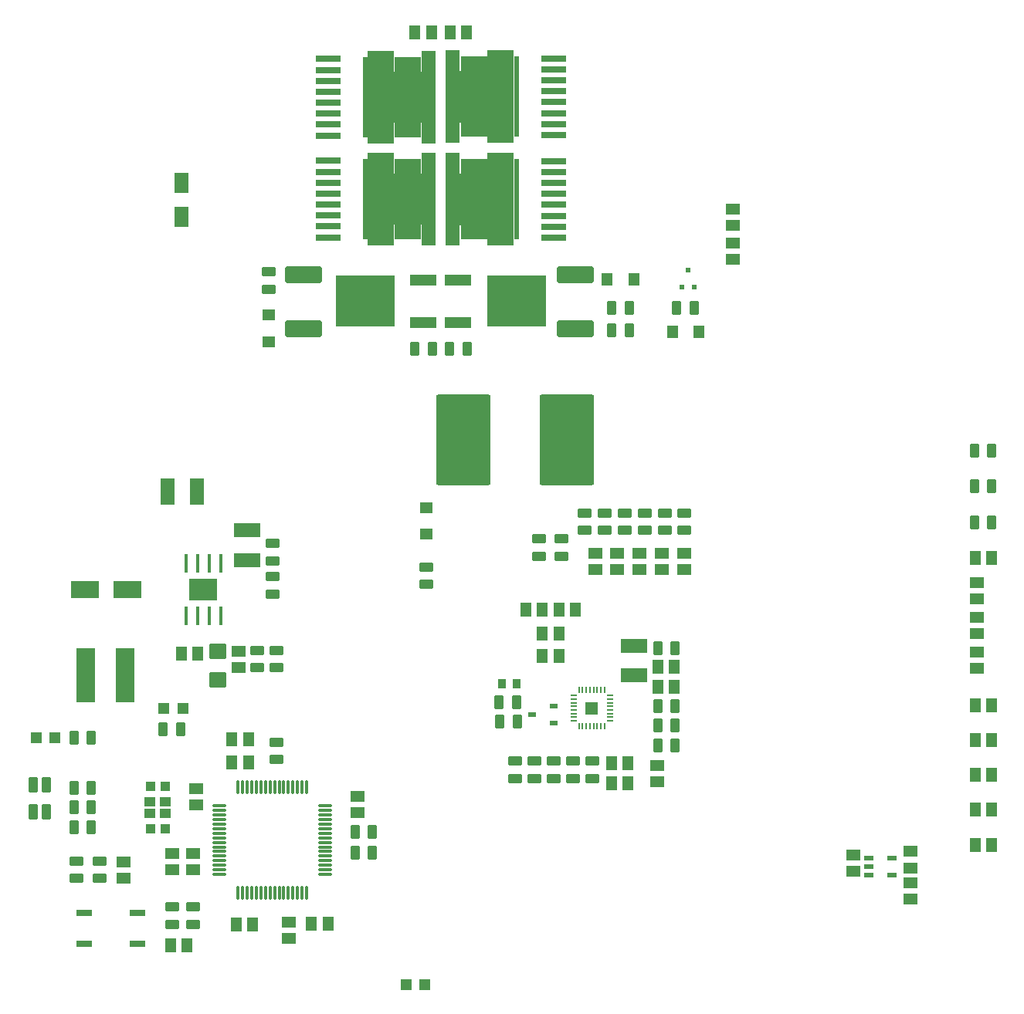
<source format=gtp>
G04*
G04 #@! TF.GenerationSoftware,Altium Limited,Altium Designer,20.0.14 (345)*
G04*
G04 Layer_Color=8421504*
%FSLAX25Y25*%
%MOIN*%
G70*
G01*
G75*
%ADD19R,0.12205X0.09449*%
%ADD20R,0.01772X0.08465*%
%ADD21R,0.05512X0.05118*%
%ADD22R,0.05118X0.05512*%
%ADD23R,0.05512X0.05512*%
%ADD24R,0.00866X0.02913*%
%ADD25R,0.02913X0.00866*%
%ADD26R,0.05512X0.05118*%
%ADD27R,0.05118X0.05512*%
G04:AMPARAMS|DCode=28|XSize=39.37mil|YSize=66.93mil|CornerRadius=3.94mil|HoleSize=0mil|Usage=FLASHONLY|Rotation=180.000|XOffset=0mil|YOffset=0mil|HoleType=Round|Shape=RoundedRectangle|*
%AMROUNDEDRECTD28*
21,1,0.03937,0.05906,0,0,180.0*
21,1,0.03150,0.06693,0,0,180.0*
1,1,0.00787,-0.01575,0.02953*
1,1,0.00787,0.01575,0.02953*
1,1,0.00787,0.01575,-0.02953*
1,1,0.00787,-0.01575,-0.02953*
%
%ADD28ROUNDEDRECTD28*%
G04:AMPARAMS|DCode=29|XSize=41.34mil|YSize=59.06mil|CornerRadius=4.13mil|HoleSize=0mil|Usage=FLASHONLY|Rotation=180.000|XOffset=0mil|YOffset=0mil|HoleType=Round|Shape=RoundedRectangle|*
%AMROUNDEDRECTD29*
21,1,0.04134,0.05079,0,0,180.0*
21,1,0.03307,0.05906,0,0,180.0*
1,1,0.00827,-0.01654,0.02539*
1,1,0.00827,0.01654,0.02539*
1,1,0.00827,0.01654,-0.02539*
1,1,0.00827,-0.01654,-0.02539*
%
%ADD29ROUNDEDRECTD29*%
%ADD30R,0.11811X0.05906*%
G04:AMPARAMS|DCode=31|XSize=41.34mil|YSize=59.06mil|CornerRadius=4.13mil|HoleSize=0mil|Usage=FLASHONLY|Rotation=90.000|XOffset=0mil|YOffset=0mil|HoleType=Round|Shape=RoundedRectangle|*
%AMROUNDEDRECTD31*
21,1,0.04134,0.05079,0,0,90.0*
21,1,0.03307,0.05906,0,0,90.0*
1,1,0.00827,0.02539,0.01654*
1,1,0.00827,0.02539,-0.01654*
1,1,0.00827,-0.02539,-0.01654*
1,1,0.00827,-0.02539,0.01654*
%
%ADD31ROUNDEDRECTD31*%
%ADD32R,0.02362X0.35039*%
%ADD33R,0.11417X0.40158*%
%ADD34R,0.11614X0.35039*%
%ADD35R,0.06496X0.40158*%
%ADD36R,0.11024X0.03150*%
%ADD37R,0.04724X0.04724*%
G04:AMPARAMS|DCode=38|XSize=49.21mil|YSize=62.99mil|CornerRadius=4.92mil|HoleSize=0mil|Usage=FLASHONLY|Rotation=180.000|XOffset=0mil|YOffset=0mil|HoleType=Round|Shape=RoundedRectangle|*
%AMROUNDEDRECTD38*
21,1,0.04921,0.05315,0,0,180.0*
21,1,0.03937,0.06299,0,0,180.0*
1,1,0.00984,-0.01968,0.02657*
1,1,0.00984,0.01968,0.02657*
1,1,0.00984,0.01968,-0.02657*
1,1,0.00984,-0.01968,-0.02657*
%
%ADD38ROUNDEDRECTD38*%
G04:AMPARAMS|DCode=39|XSize=49.21mil|YSize=62.99mil|CornerRadius=4.92mil|HoleSize=0mil|Usage=FLASHONLY|Rotation=90.000|XOffset=0mil|YOffset=0mil|HoleType=Round|Shape=RoundedRectangle|*
%AMROUNDEDRECTD39*
21,1,0.04921,0.05315,0,0,90.0*
21,1,0.03937,0.06299,0,0,90.0*
1,1,0.00984,0.02657,0.01968*
1,1,0.00984,0.02657,-0.01968*
1,1,0.00984,-0.02657,-0.01968*
1,1,0.00984,-0.02657,0.01968*
%
%ADD39ROUNDEDRECTD39*%
G04:AMPARAMS|DCode=40|XSize=43.31mil|YSize=39.37mil|CornerRadius=3.94mil|HoleSize=0mil|Usage=FLASHONLY|Rotation=270.000|XOffset=0mil|YOffset=0mil|HoleType=Round|Shape=RoundedRectangle|*
%AMROUNDEDRECTD40*
21,1,0.04331,0.03150,0,0,270.0*
21,1,0.03543,0.03937,0,0,270.0*
1,1,0.00787,-0.01575,-0.01772*
1,1,0.00787,-0.01575,0.01772*
1,1,0.00787,0.01575,0.01772*
1,1,0.00787,0.01575,-0.01772*
%
%ADD40ROUNDEDRECTD40*%
%ADD41R,0.04724X0.03937*%
%ADD42R,0.04331X0.02362*%
%ADD43O,0.01181X0.06299*%
%ADD44O,0.06299X0.01181*%
%ADD45R,0.06693X0.03150*%
%ADD46R,0.03543X0.03937*%
%ADD47R,0.03543X0.03937*%
G04:AMPARAMS|DCode=48|XSize=236.22mil|YSize=393.7mil|CornerRadius=11.81mil|HoleSize=0mil|Usage=FLASHONLY|Rotation=0.000|XOffset=0mil|YOffset=0mil|HoleType=Round|Shape=RoundedRectangle|*
%AMROUNDEDRECTD48*
21,1,0.23622,0.37008,0,0,0.0*
21,1,0.21260,0.39370,0,0,0.0*
1,1,0.02362,0.10630,-0.18504*
1,1,0.02362,-0.10630,-0.18504*
1,1,0.02362,-0.10630,0.18504*
1,1,0.02362,0.10630,0.18504*
%
%ADD48ROUNDEDRECTD48*%
G04:AMPARAMS|DCode=49|XSize=70.87mil|YSize=157.48mil|CornerRadius=7.09mil|HoleSize=0mil|Usage=FLASHONLY|Rotation=90.000|XOffset=0mil|YOffset=0mil|HoleType=Round|Shape=RoundedRectangle|*
%AMROUNDEDRECTD49*
21,1,0.07087,0.14331,0,0,90.0*
21,1,0.05669,0.15748,0,0,90.0*
1,1,0.01417,0.07165,0.02835*
1,1,0.01417,0.07165,-0.02835*
1,1,0.01417,-0.07165,-0.02835*
1,1,0.01417,-0.07165,0.02835*
%
%ADD49ROUNDEDRECTD49*%
%ADD50R,0.03543X0.02362*%
%ADD51R,0.01968X0.02165*%
%ADD52R,0.02362X0.02165*%
%ADD53R,0.25591X0.21850*%
%ADD54R,0.11221X0.04921*%
%ADD55R,0.07900X0.23600*%
%ADD56R,0.06417X0.08584*%
%ADD57R,0.11900X0.07200*%
G04:AMPARAMS|DCode=58|XSize=74.8mil|YSize=68.9mil|CornerRadius=6.89mil|HoleSize=0mil|Usage=FLASHONLY|Rotation=180.000|XOffset=0mil|YOffset=0mil|HoleType=Round|Shape=RoundedRectangle|*
%AMROUNDEDRECTD58*
21,1,0.07480,0.05512,0,0,180.0*
21,1,0.06102,0.06890,0,0,180.0*
1,1,0.01378,-0.03051,0.02756*
1,1,0.01378,0.03051,0.02756*
1,1,0.01378,0.03051,-0.02756*
1,1,0.01378,-0.03051,-0.02756*
%
%ADD58ROUNDEDRECTD58*%
%ADD59R,0.05906X0.11811*%
G36*
X195017Y364632D02*
X174859D01*
Y386763D01*
X195017D01*
Y364632D01*
D02*
G37*
G36*
X159241Y364437D02*
X139084D01*
Y386568D01*
X159241D01*
Y364437D01*
D02*
G37*
G36*
X159241Y320437D02*
X139084D01*
Y342568D01*
X159241D01*
Y320437D01*
D02*
G37*
G36*
X195017Y320332D02*
X174859D01*
Y342463D01*
X195017D01*
Y320332D01*
D02*
G37*
G36*
X233933Y109878D02*
X230449D01*
Y113362D01*
X233933D01*
Y109878D01*
D02*
G37*
D19*
X64600Y162919D02*
D03*
D20*
X57100Y151600D02*
D03*
X62100D02*
D03*
X67100Y151600D02*
D03*
X72100D02*
D03*
X57100Y174238D02*
D03*
X62100D02*
D03*
X67100Y174238D02*
D03*
X72100D02*
D03*
D21*
X92800Y281353D02*
D03*
X92800Y269936D02*
D03*
X160950Y198178D02*
D03*
X160950Y186760D02*
D03*
D22*
X278392Y274300D02*
D03*
X266975D02*
D03*
X250309Y296883D02*
D03*
X238891D02*
D03*
D23*
X232191Y111620D02*
D03*
D24*
X237703Y103765D02*
D03*
X236128D02*
D03*
X234553D02*
D03*
X232978D02*
D03*
X231404D02*
D03*
X229829D02*
D03*
X228254D02*
D03*
X226679D02*
D03*
Y119474D02*
D03*
X228254D02*
D03*
X229829D02*
D03*
X231404D02*
D03*
X232978D02*
D03*
X234553D02*
D03*
X236128D02*
D03*
X237703D02*
D03*
D25*
X240045Y117131D02*
D03*
Y115557D02*
D03*
Y113982D02*
D03*
Y112407D02*
D03*
Y110832D02*
D03*
Y109257D02*
D03*
Y107683D02*
D03*
Y106108D02*
D03*
X224337D02*
D03*
Y107683D02*
D03*
Y109257D02*
D03*
Y110832D02*
D03*
Y112407D02*
D03*
Y113982D02*
D03*
Y115557D02*
D03*
Y117131D02*
D03*
D26*
X92800Y281354D02*
D03*
Y269936D02*
D03*
X160950Y198178D02*
D03*
Y186760D02*
D03*
D27*
X278392Y274300D02*
D03*
X266975D02*
D03*
X250309Y296883D02*
D03*
X238891D02*
D03*
D28*
X-8980Y66775D02*
D03*
X-3075D02*
D03*
Y78586D02*
D03*
X-8980D02*
D03*
D29*
X170804Y267000D02*
D03*
X178324D02*
D03*
X397361Y207340D02*
D03*
X404881D02*
D03*
X276443Y284600D02*
D03*
X268924D02*
D03*
X248360D02*
D03*
X240840D02*
D03*
X47276Y102665D02*
D03*
X54795D02*
D03*
X397361Y222800D02*
D03*
X404881D02*
D03*
X397361Y191881D02*
D03*
X404881D02*
D03*
X192485Y105804D02*
D03*
X200004D02*
D03*
X199804Y114065D02*
D03*
X192285D02*
D03*
X248360Y274700D02*
D03*
X240840D02*
D03*
X260745Y95665D02*
D03*
X268264D02*
D03*
X260745Y104065D02*
D03*
X268264D02*
D03*
X260745Y112465D02*
D03*
X268264D02*
D03*
Y137665D02*
D03*
X260745D02*
D03*
X155776Y267000D02*
D03*
X163296D02*
D03*
X130065Y58197D02*
D03*
X137584D02*
D03*
X129965Y49297D02*
D03*
X137484D02*
D03*
X8750Y68697D02*
D03*
X16270D02*
D03*
X16270Y77197D02*
D03*
X8750D02*
D03*
Y98900D02*
D03*
X16270D02*
D03*
X8750Y60097D02*
D03*
X16270D02*
D03*
D30*
X83380Y188388D02*
D03*
Y175592D02*
D03*
X250304Y138492D02*
D03*
Y125697D02*
D03*
D31*
X60206Y25712D02*
D03*
Y18192D02*
D03*
X51043Y25757D02*
D03*
Y18237D02*
D03*
X94537Y182722D02*
D03*
Y175202D02*
D03*
X94570Y160910D02*
D03*
Y168430D02*
D03*
X96061Y89413D02*
D03*
Y96933D02*
D03*
X9650Y38131D02*
D03*
Y45650D02*
D03*
X19660D02*
D03*
Y38131D02*
D03*
X96120Y136659D02*
D03*
Y129139D02*
D03*
X87774Y136659D02*
D03*
Y129139D02*
D03*
X219150Y184702D02*
D03*
Y177182D02*
D03*
X209617Y184702D02*
D03*
Y177182D02*
D03*
X199004Y81206D02*
D03*
Y88725D02*
D03*
X232404D02*
D03*
Y81206D02*
D03*
X224054Y88725D02*
D03*
Y81206D02*
D03*
X207354D02*
D03*
Y88725D02*
D03*
X229229Y195972D02*
D03*
Y188452D02*
D03*
X215704Y88725D02*
D03*
Y81206D02*
D03*
X237829Y195972D02*
D03*
Y188452D02*
D03*
X246429Y195972D02*
D03*
Y188452D02*
D03*
X255029Y195972D02*
D03*
Y188452D02*
D03*
X263629Y195972D02*
D03*
Y188452D02*
D03*
X272229Y195972D02*
D03*
Y188452D02*
D03*
X160950Y165078D02*
D03*
Y172597D02*
D03*
X92800Y300172D02*
D03*
Y292653D02*
D03*
D32*
X199702Y375700D02*
D03*
X134398Y331500D02*
D03*
X199702Y331400D02*
D03*
X134398Y375500D02*
D03*
D33*
X192812Y375700D02*
D03*
X141288Y331500D02*
D03*
X192812Y331400D02*
D03*
X141288Y375500D02*
D03*
D34*
X181296Y375700D02*
D03*
X152804Y331500D02*
D03*
X181296Y331400D02*
D03*
X152804Y375500D02*
D03*
D35*
X172241Y375700D02*
D03*
X161859Y331500D02*
D03*
X172241Y331400D02*
D03*
X161859Y375500D02*
D03*
D36*
X215765Y392235D02*
D03*
Y387511D02*
D03*
Y382787D02*
D03*
Y378062D02*
D03*
Y373338D02*
D03*
Y368613D02*
D03*
Y363889D02*
D03*
Y359165D02*
D03*
X118335Y314965D02*
D03*
Y319689D02*
D03*
Y324413D02*
D03*
Y329138D02*
D03*
Y333862D02*
D03*
Y338587D02*
D03*
Y343311D02*
D03*
Y348035D02*
D03*
X215765Y347935D02*
D03*
Y343211D02*
D03*
Y338487D02*
D03*
Y333762D02*
D03*
Y329038D02*
D03*
Y324313D02*
D03*
Y319589D02*
D03*
Y314865D02*
D03*
X118335Y358965D02*
D03*
Y363689D02*
D03*
Y368413D02*
D03*
Y373138D02*
D03*
Y377862D02*
D03*
Y382587D02*
D03*
Y387311D02*
D03*
Y392035D02*
D03*
D37*
X151966Y-7700D02*
D03*
X160234D02*
D03*
X47425Y111538D02*
D03*
X55693D02*
D03*
X602Y98900D02*
D03*
X-7665D02*
D03*
D38*
X397676Y82821D02*
D03*
X404724D02*
D03*
X178166Y403500D02*
D03*
X171119D02*
D03*
X162981D02*
D03*
X155934D02*
D03*
X397676Y113000D02*
D03*
X404724D02*
D03*
X397676Y97910D02*
D03*
X404724D02*
D03*
X397676Y67731D02*
D03*
X404724D02*
D03*
X397676Y52642D02*
D03*
X404724D02*
D03*
Y176500D02*
D03*
X397676D02*
D03*
X218003Y143697D02*
D03*
X210956Y143697D02*
D03*
X218003Y134162D02*
D03*
X210956Y134162D02*
D03*
X225088Y154042D02*
D03*
X218041D02*
D03*
X210827Y154042D02*
D03*
X203780D02*
D03*
X267949Y129344D02*
D03*
X260902D02*
D03*
X240685Y79233D02*
D03*
X247733D02*
D03*
X267949Y120944D02*
D03*
X260902D02*
D03*
X240685Y87833D02*
D03*
X247733D02*
D03*
X62100Y135300D02*
D03*
X55053D02*
D03*
X57500Y9100D02*
D03*
X50453D02*
D03*
X76938Y98097D02*
D03*
X83985D02*
D03*
X118294Y18402D02*
D03*
X111246D02*
D03*
X85812Y18172D02*
D03*
X78765D02*
D03*
X76938Y88197D02*
D03*
X83985D02*
D03*
D39*
X101556Y19072D02*
D03*
Y12025D02*
D03*
X60206Y48719D02*
D03*
Y41672D02*
D03*
X51240Y48719D02*
D03*
Y41672D02*
D03*
X30200Y45257D02*
D03*
Y38210D02*
D03*
X369845Y49687D02*
D03*
Y42640D02*
D03*
Y36114D02*
D03*
Y29067D02*
D03*
X345050Y48304D02*
D03*
Y41257D02*
D03*
X398346Y158776D02*
D03*
Y165824D02*
D03*
Y143776D02*
D03*
Y150824D02*
D03*
Y128776D02*
D03*
Y135824D02*
D03*
X293065Y312580D02*
D03*
Y305533D02*
D03*
X233629Y171448D02*
D03*
Y178496D02*
D03*
X243229D02*
D03*
Y171448D02*
D03*
X252829D02*
D03*
Y178496D02*
D03*
X293065Y327280D02*
D03*
Y320233D02*
D03*
X262429Y178496D02*
D03*
Y171448D02*
D03*
X260600Y86724D02*
D03*
Y79676D02*
D03*
X272029Y171448D02*
D03*
Y178496D02*
D03*
X79625Y136265D02*
D03*
Y129218D02*
D03*
X61325Y69736D02*
D03*
Y76784D02*
D03*
X131165Y73620D02*
D03*
Y66573D02*
D03*
D40*
X41898Y59476D02*
D03*
X48197D02*
D03*
X48099Y78000D02*
D03*
X41800D02*
D03*
D41*
X41504Y71261D02*
D03*
Y66143D02*
D03*
X48197Y66143D02*
D03*
X48197Y71261D02*
D03*
D42*
X351690Y46831D02*
D03*
Y43091D02*
D03*
Y39351D02*
D03*
X361761D02*
D03*
Y46831D02*
D03*
D43*
X79601Y77432D02*
D03*
X81569D02*
D03*
X83538D02*
D03*
X85506D02*
D03*
X87475D02*
D03*
X89443D02*
D03*
X91412D02*
D03*
X93380D02*
D03*
X95349D02*
D03*
X97317D02*
D03*
X99286D02*
D03*
X101254D02*
D03*
X103223D02*
D03*
X105191D02*
D03*
X107160D02*
D03*
X109128D02*
D03*
Y31762D02*
D03*
X107160D02*
D03*
X105191D02*
D03*
X103223D02*
D03*
X101254D02*
D03*
X99286D02*
D03*
X97317D02*
D03*
X95349D02*
D03*
X93380D02*
D03*
X91412D02*
D03*
X89443D02*
D03*
X87475D02*
D03*
X85506D02*
D03*
X83538D02*
D03*
X81569D02*
D03*
X79601D02*
D03*
D44*
X117199Y69361D02*
D03*
Y67392D02*
D03*
Y65424D02*
D03*
Y63455D02*
D03*
Y61487D02*
D03*
Y59518D02*
D03*
Y57550D02*
D03*
Y55581D02*
D03*
Y53613D02*
D03*
Y51644D02*
D03*
Y49676D02*
D03*
Y47707D02*
D03*
Y45739D02*
D03*
Y43770D02*
D03*
Y41802D02*
D03*
Y39833D02*
D03*
X71530D02*
D03*
Y41802D02*
D03*
Y43770D02*
D03*
Y45739D02*
D03*
Y47707D02*
D03*
Y49676D02*
D03*
Y51644D02*
D03*
Y53613D02*
D03*
Y55581D02*
D03*
Y57550D02*
D03*
Y59518D02*
D03*
Y61487D02*
D03*
Y63455D02*
D03*
Y65424D02*
D03*
Y67392D02*
D03*
Y69361D02*
D03*
D45*
X35965Y23190D02*
D03*
Y9804D02*
D03*
X13120Y9804D02*
D03*
X13120Y23190D02*
D03*
D46*
X193545Y122278D02*
D03*
D47*
X199844D02*
D03*
D48*
X221301Y227578D02*
D03*
X176701D02*
D03*
D49*
X225100Y275645D02*
D03*
Y298755D02*
D03*
X107900D02*
D03*
Y275645D02*
D03*
D50*
X206623Y108806D02*
D03*
X215678Y112546D02*
D03*
Y105065D02*
D03*
D51*
X271198Y293617D02*
D03*
X276316D02*
D03*
D52*
X273757Y300901D02*
D03*
D53*
X134300Y287383D02*
D03*
X199800D02*
D03*
D54*
X159497Y296537D02*
D03*
Y278230D02*
D03*
X174603D02*
D03*
Y296537D02*
D03*
D55*
X13700Y126000D02*
D03*
X30700D02*
D03*
D56*
X55000Y323789D02*
D03*
Y338412D02*
D03*
D57*
X31650Y162700D02*
D03*
X13550D02*
D03*
D58*
X70665Y136329D02*
D03*
Y123731D02*
D03*
D59*
X49135Y205097D02*
D03*
X61930D02*
D03*
M02*

</source>
